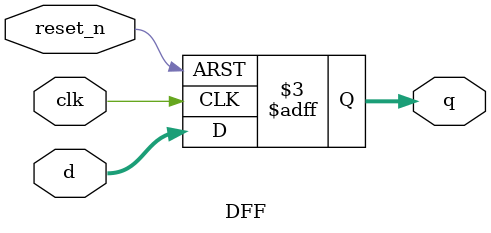
<source format=v>
module DFF(clk, reset_n, d, q);
input clk,reset_n;
parameter N=16;
input [N-1:0] d;
output reg [N-1:0] q;
always @(posedge clk,negedge reset_n)
begin
if (!reset_n)
q <= {N{1'b0}};
else
q <= d;
end
endmodule

</source>
